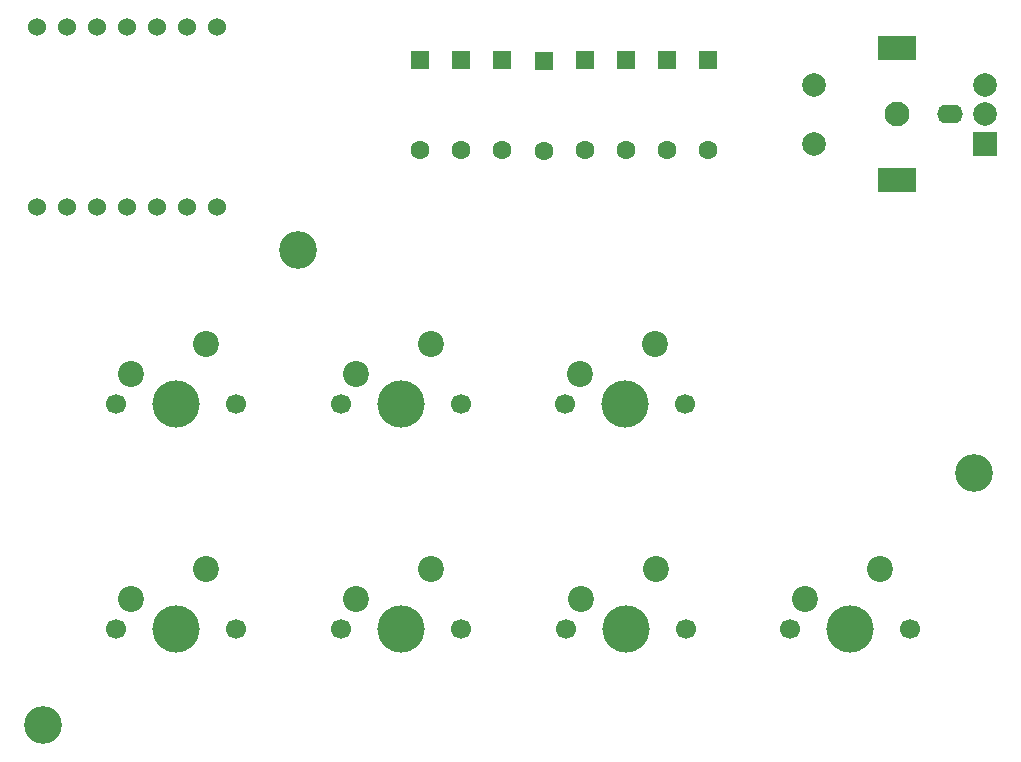
<source format=gbr>
G04 #@! TF.GenerationSoftware,KiCad,Pcbnew,9.0.7*
G04 #@! TF.CreationDate,2026-02-11T18:03:55+01:00*
G04 #@! TF.ProjectId,Schematic.kicad_pcb_2,53636865-6d61-4746-9963-2e6b69636164,rev?*
G04 #@! TF.SameCoordinates,Original*
G04 #@! TF.FileFunction,Soldermask,Bot*
G04 #@! TF.FilePolarity,Negative*
%FSLAX46Y46*%
G04 Gerber Fmt 4.6, Leading zero omitted, Abs format (unit mm)*
G04 Created by KiCad (PCBNEW 9.0.7) date 2026-02-11 18:03:55*
%MOMM*%
%LPD*%
G01*
G04 APERTURE LIST*
G04 Aperture macros list*
%AMRoundRect*
0 Rectangle with rounded corners*
0 $1 Rounding radius*
0 $2 $3 $4 $5 $6 $7 $8 $9 X,Y pos of 4 corners*
0 Add a 4 corners polygon primitive as box body*
4,1,4,$2,$3,$4,$5,$6,$7,$8,$9,$2,$3,0*
0 Add four circle primitives for the rounded corners*
1,1,$1+$1,$2,$3*
1,1,$1+$1,$4,$5*
1,1,$1+$1,$6,$7*
1,1,$1+$1,$8,$9*
0 Add four rect primitives between the rounded corners*
20,1,$1+$1,$2,$3,$4,$5,0*
20,1,$1+$1,$4,$5,$6,$7,0*
20,1,$1+$1,$6,$7,$8,$9,0*
20,1,$1+$1,$8,$9,$2,$3,0*%
G04 Aperture macros list end*
%ADD10C,1.700000*%
%ADD11C,4.000000*%
%ADD12C,2.200000*%
%ADD13C,3.200000*%
%ADD14RoundRect,0.250000X-0.550000X0.550000X-0.550000X-0.550000X0.550000X-0.550000X0.550000X0.550000X0*%
%ADD15C,1.600000*%
%ADD16C,1.524000*%
%ADD17O,2.200000X1.600000*%
%ADD18C,2.100000*%
%ADD19R,2.000000X2.000000*%
%ADD20C,2.000000*%
%ADD21R,3.200000X2.000000*%
G04 APERTURE END LIST*
D10*
G04 #@! TO.C,SW1*
X27670000Y-73080000D03*
D11*
X32750000Y-73080000D03*
D10*
X37830000Y-73080000D03*
D12*
X35290000Y-68000000D03*
X28940000Y-70540000D03*
G04 #@! TD*
D13*
G04 #@! TO.C,REF\u002A\u002A*
X100300000Y-59900000D03*
G04 #@! TD*
D14*
G04 #@! TO.C,D3*
X70841071Y-24940000D03*
D15*
X70841071Y-32560000D03*
G04 #@! TD*
D10*
G04 #@! TO.C,SW5*
X46670000Y-54000000D03*
D11*
X51750000Y-54000000D03*
D10*
X56830000Y-54000000D03*
D12*
X54290000Y-48920000D03*
X47940000Y-51460000D03*
G04 #@! TD*
D10*
G04 #@! TO.C,SW2*
X46670000Y-73080000D03*
D11*
X51750000Y-73080000D03*
D10*
X56830000Y-73080000D03*
D12*
X54290000Y-68000000D03*
X47940000Y-70540000D03*
G04 #@! TD*
D16*
G04 #@! TO.C,U1*
X21000000Y-37370000D03*
X23540000Y-37370000D03*
X26080000Y-37370000D03*
X28620000Y-37370000D03*
X31160000Y-37370000D03*
X33700000Y-37370000D03*
X36240000Y-37370000D03*
X36240000Y-22130000D03*
X33700000Y-22130000D03*
X31160000Y-22130000D03*
X28620000Y-22130000D03*
X26080000Y-22130000D03*
X23540000Y-22130000D03*
X21000000Y-22130000D03*
G04 #@! TD*
D10*
G04 #@! TO.C,SW3*
X65730000Y-73080000D03*
D11*
X70810000Y-73080000D03*
D10*
X75890000Y-73080000D03*
D12*
X73350000Y-68000000D03*
X67000000Y-70540000D03*
G04 #@! TD*
D10*
G04 #@! TO.C,SW8*
X84730000Y-73080000D03*
D11*
X89810000Y-73080000D03*
D10*
X94890000Y-73080000D03*
D12*
X92350000Y-68000000D03*
X86000000Y-70540000D03*
G04 #@! TD*
D14*
G04 #@! TO.C,D4*
X67355357Y-24940000D03*
D15*
X67355357Y-32560000D03*
G04 #@! TD*
D10*
G04 #@! TO.C,SW6*
X65670000Y-54000000D03*
D11*
X70750000Y-54000000D03*
D10*
X75830000Y-54000000D03*
D12*
X73290000Y-48920000D03*
X66940000Y-51460000D03*
G04 #@! TD*
D14*
G04 #@! TO.C,D6*
X60383929Y-24940000D03*
D15*
X60383929Y-32560000D03*
G04 #@! TD*
D14*
G04 #@! TO.C,D1*
X77812500Y-24940000D03*
D15*
X77812500Y-32560000D03*
G04 #@! TD*
D14*
G04 #@! TO.C,D2*
X74326786Y-24940000D03*
D15*
X74326786Y-32560000D03*
G04 #@! TD*
D13*
G04 #@! TO.C,REF\u002A\u002A*
X43100000Y-41000000D03*
G04 #@! TD*
D14*
G04 #@! TO.C,D5*
X63869643Y-25000000D03*
D15*
X63869643Y-32620000D03*
G04 #@! TD*
D10*
G04 #@! TO.C,SW4*
X27670000Y-54000000D03*
D11*
X32750000Y-54000000D03*
D10*
X37830000Y-54000000D03*
D12*
X35290000Y-48920000D03*
X28940000Y-51460000D03*
G04 #@! TD*
D14*
G04 #@! TO.C,D8*
X53412500Y-24940000D03*
D15*
X53412500Y-32560000D03*
G04 #@! TD*
D14*
G04 #@! TO.C,D7*
X56898214Y-24940000D03*
D15*
X56898214Y-32560000D03*
G04 #@! TD*
D17*
G04 #@! TO.C,SW7*
X98250000Y-29500000D03*
D18*
X93750000Y-29500000D03*
D19*
X101250000Y-32000000D03*
D20*
X101250000Y-27000000D03*
X101250000Y-29500000D03*
D21*
X93750000Y-35100000D03*
X93750000Y-23900000D03*
D20*
X86750000Y-27000000D03*
X86750000Y-32000000D03*
G04 #@! TD*
D13*
G04 #@! TO.C,REF\u002A\u002A*
X21500000Y-81200000D03*
G04 #@! TD*
M02*

</source>
